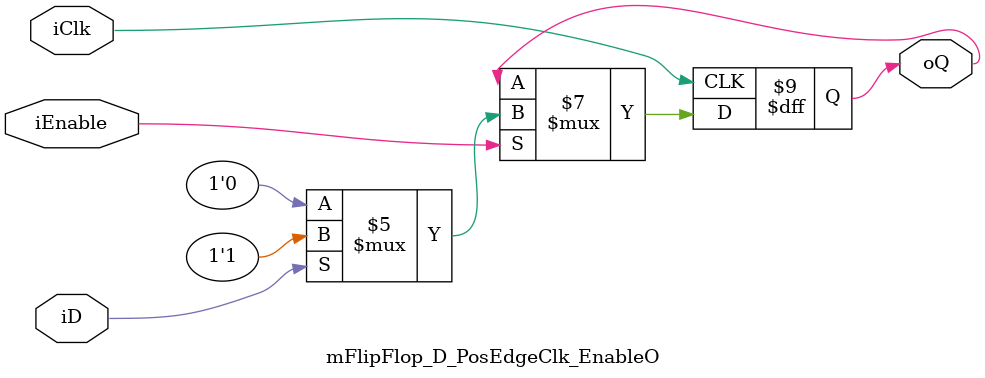
<source format=v>
module mFlipFlop_D_PosEdgeClk_EnableO (iClk, iEnable, iD, oQ);

input iClk, iD, iEnable;
output oQ;
reg oQ;

always@(posedge iClk)
	if(iEnable)
		if(!iD)
			oQ <= 1'b0;
		else
			oQ <= 1'b1;
	else
		oQ <= oQ;

endmodule

</source>
